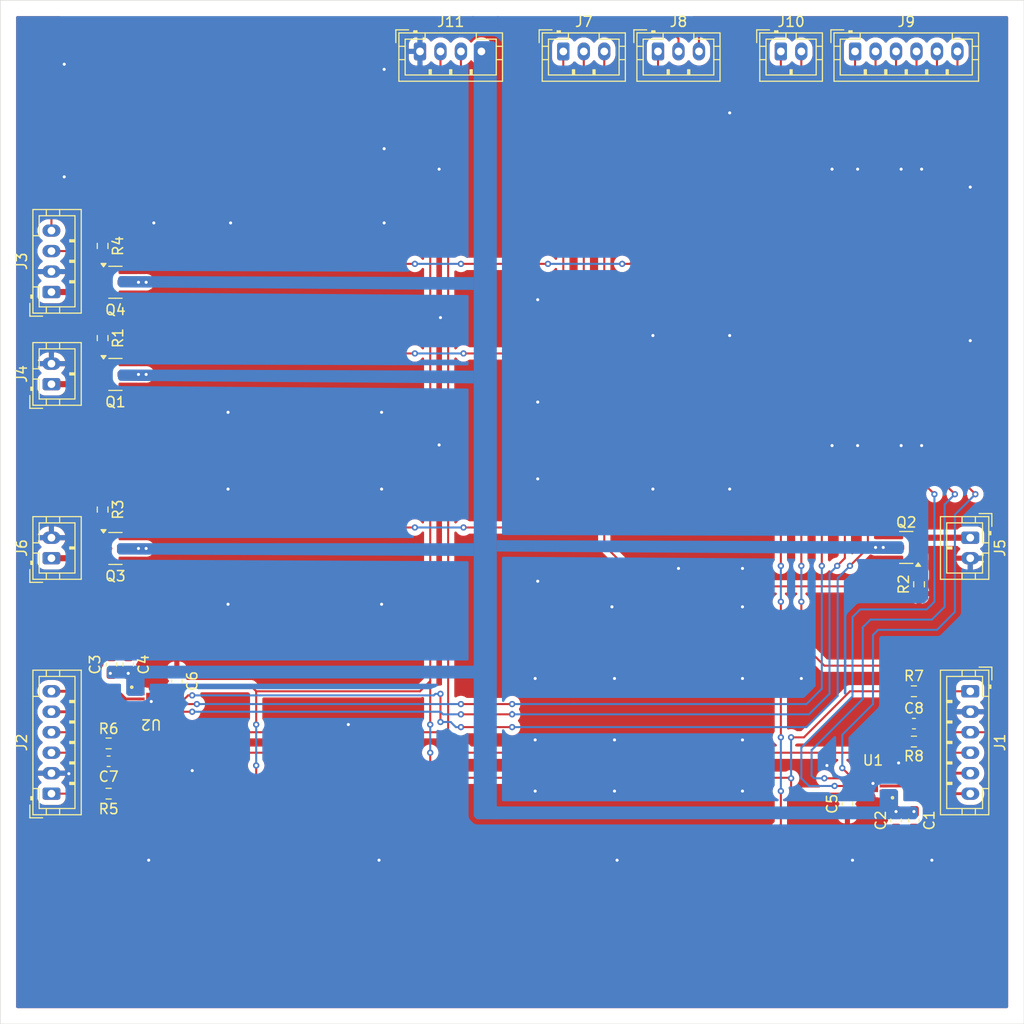
<source format=kicad_pcb>
(kicad_pcb (version 20240108) (generator "pcbnew") (generator_version "8.0")
  (layers (0 "F.Cu" mixed) (31 "B.Cu" mixed) (34 "B.Paste" user) (35 "F.Paste" user) (36 "B.SilkS" user "B.Silkscreen") (37 "F.SilkS" user "F.Silkscreen") (38 "B.Mask" user) (39 "F.Mask" user) (44 "Edge.Cuts" user))
  (net 0 "")
  (net 1 "Net-(J1-Pin_1)")
  (net 2 "Net-(J2-Pin_1)")
  (net 3 "GND")
  (net 4 "/Vacuum/PWM")
  (net 5 "Net-(J3-Pin_1)")
  (net 6 "/Vacuum/TACH")
  (net 7 "Net-(J4-Pin_1)")
  (net 8 "Net-(J5-Pin_1)")
  (net 9 "Net-(J6-Pin_1)")
  (net 10 "/Brushes/left-brush_{en}")
  (net 11 "/Brushes/right-brush_{en}")
  (net 12 "/Brushes/main-brush_{en}")
  (net 13 "/Vacuum/vacuum_{en}")
  (net 14 "/Drive Motors/IN2_{right}")
  (net 15 "/Drive Motors/nSLEEP_{right}")
  (net 16 "/Drive Motors/IN1_{left}")
  (net 17 "/Drive Motors/nSLEEP_{left}")
  (net 18 "/Drive Motors/IN1_{right}")
  (net 19 "/Drive Motors/(right) sense^{analog}")
  (net 20 "/Drive Motors/(left) sense^{analog}")
  (net 21 "/Drive Motors/Motor Drivers/M1OUT1")
  (net 22 "+5V")
  (net 23 "/Drive Motors/Motor Drivers/M1OUT2")
  (net 24 "/Drive Motors/Motor Drivers/M2OUT1")
  (net 25 "/Drive Motors/Motor Drivers/M2OUT2")
  (net 26 "/Drive Motors/IN2_{left}")
  (net 27 "+12V")
  (net 28 "+3.3V")
  (footprint "Resistor_SMD:R_0603_1608Metric_Pad0.98x0.95mm_HandSolder" (layer "F.Cu") (at 179.75 100.3 -90)
    (property "Reference" "R2")
    (property "Value" "1k")
  )
  (footprint "Resistor_SMD:R_0603_1608Metric_Pad0.98x0.95mm_HandSolder" (layer "F.Cu") (at 100 67.25 90)
    (property "Reference" "R4")
    (property "Value" "1k")
  )
  (footprint "Connector_JST:JST_PH_B6B-PH-K_1x06_P2.00mm_Vertical" (layer "F.Cu") (at 173.5 48.25)
    (property "Reference" "J9")
    (property "Value" "Drive Control")
  )
  (footprint "Capacitor_SMD:C_0603_1608Metric_Pad1.08x0.95mm_HandSolder" (layer "F.Cu") (at 100.5875 117.59)
    (property "Reference" "C7")
    (property "Value" "0.1uF")
  )
  (footprint "Package_SON:WSON8_DSG_TEX" (layer "F.Cu") (at 104.75 111.75)
    (property "Reference" "U2")
    (property "Value" "DRV8212PDSGR")
  )
  (footprint "Capacitor_SMD:C_0603_1608Metric_Pad1.08x0.95mm_HandSolder" (layer "F.Cu") (at 107.25 109.75 90)
    (property "Reference" "C6")
    (property "Value" "0.1uF 5V")
  )
  (footprint "Resistor_SMD:R_0603_1608Metric_Pad0.98x0.95mm_HandSolder" (layer "F.Cu") (at 100 93 90)
    (property "Reference" "R3")
    (property "Value" "1k")
  )
  (footprint "Connector_JST:JST_PH_B4B-PH-K_1x04_P2.00mm_Vertical" (layer "F.Cu") (at 131 48.25)
    (property "Reference" "J11")
    (property "Value" "Power")
  )
  (footprint "Resistor_SMD:R_0603_1608Metric_Pad0.98x0.95mm_HandSolder" (layer "F.Cu") (at 179.25 110.75 180)
    (property "Reference" "R7")
    (property "Value" "33")
  )
  (footprint "Connector_JST:JST_PH_B6B-PH-K_1x06_P2.00mm_Vertical" (layer "F.Cu") (at 184.75 110.75 -90)
    (property "Reference" "J1")
    (property "Value" "Left Motor")
  )
  (footprint "Capacitor_SMD:C_0603_1608Metric_Pad1.08x0.95mm_HandSolder" (layer "F.Cu") (at 179.25 123.3625 -90)
    (property "Reference" "C1")
    (property "Value" "1uF 12V")
  )
  (footprint "Capacitor_SMD:C_0603_1608Metric_Pad1.08x0.95mm_HandSolder" (layer "F.Cu") (at 177.5 123.3625 -90)
    (property "Reference" "C2")
    (property "Value" "0.1uF 12V")
  )
  (footprint "Capacitor_SMD:C_0603_1608Metric_Pad1.08x0.95mm_HandSolder" (layer "F.Cu") (at 179.25 113.91 180)
    (property "Reference" "C8")
    (property "Value" "0.1uF")
  )
  (footprint "Connector_JST:JST_PH_B2B-PH-K_1x02_P2.00mm_Vertical" (layer "F.Cu") (at 184.75 95.75 -90)
    (property "Reference" "J5")
    (property "Value" "Left Brush")
  )
  (footprint "Package_TO_SOT_SMD:SOT-23" (layer "F.Cu") (at 178.5 96.7 180)
    (property "Reference" "Q2")
    (property "Value" "DMG3402L")
  )
  (footprint "Package_TO_SOT_SMD:SOT-23" (layer "F.Cu") (at 101.25 79.8)
    (property "Reference" "Q1")
    (property "Value" "DMG3402L")
  )
  (footprint "Package_TO_SOT_SMD:SOT-23" (layer "F.Cu") (at 101.25 96.8)
    (property "Reference" "Q3")
    (property "Value" "DMG3402L")
  )
  (footprint "Resistor_SMD:R_0603_1608Metric_Pad0.98x0.95mm_HandSolder" (layer "F.Cu") (at 100.5875 120.75)
    (property "Reference" "R5")
    (property "Value" "33")
  )
  (footprint "Connector_JST:JST_PH_B2B-PH-K_1x02_P2.00mm_Vertical" (layer "F.Cu") (at 166.25 48.25)
    (property "Reference" "J10")
    (property "Value" "Drive Data")
  )
  (footprint "Capacitor_SMD:C_0603_1608Metric_Pad1.08x0.95mm_HandSolder" (layer "F.Cu") (at 172.7509 121.75 -90)
    (property "Reference" "C5")
    (property "Value" "0.1uF 5V")
  )
  (footprint "Package_SON:WSON8_DSG_TEX" (layer "F.Cu") (at 175.2509 119.75 180)
    (property "Reference" "U1")
    (property "Value" "DRV8212PDSGR")
  )
  (footprint "Connector_JST:JST_PH_B2B-PH-K_1x02_P2.00mm_Vertical" (layer "F.Cu") (at 95 97.75 90)
    (property "Reference" "J6")
    (property "Value" "Right Brush")
  )
  (footprint "Package_TO_SOT_SMD:SOT-23" (layer "F.Cu") (at 101.25 70.8)
    (property "Reference" "Q4")
    (property "Value" "DMG3402L")
  )
  (footprint "Connector_JST:JST_PH_B3B-PH-K_1x03_P2.00mm_Vertical" (layer "F.Cu") (at 145 48.25)
    (property "Reference" "J7")
    (property "Value" "Brushes Control")
  )
  (footprint "Connector_JST:JST_PH_B2B-PH-K_1x02_P2.00mm_Vertical" (layer "F.Cu") (at 95 80.75 90)
    (property "Reference" "J4")
    (property "Value" "Main Brush")
  )
  (footprint "Resistor_SMD:R_0603_1608Metric_Pad0.98x0.95mm_HandSolder" (layer "F.Cu") (at 179.25 115.66 180)
    (property "Reference" "R8")
    (property "Value" "5.1k")
  )
  (footprint "Resistor_SMD:R_0603_1608Metric_Pad0.98x0.95mm_HandSolder" (layer "F.Cu") (at 100 76.25 90)
    (property "Reference" "R1")
    (property "Value" "1k")
  )
  (footprint "Connector_JST:JST_PH_B3B-PH-K_1x03_P2.00mm_Vertical" (layer "F.Cu") (at 154.25 48.25)
    (property "Reference" "J8")
    (property "Value" "Vacuum Control")
  )
  (footprint "Capacitor_SMD:C_0603_1608Metric_Pad1.08x0.95mm_HandSolder" (layer "F.Cu") (at 100.8625 108.1375 90)
    (property "Reference" "C3")
    (property "Value" "1uF 12V")
  )
  (footprint "Connector_JST:JST_PH_B6B-PH-K_1x06_P2.00mm_Vertical" (layer "F.Cu") (at 95 120.75 90)
    (property "Reference" "J2")
    (property "Value" "Right Motor")
  )
  (footprint "Connector_JST:JST_PH_B4B-PH-K_1x04_P2.00mm_Vertical" (layer "F.Cu") (at 95 71.75 90)
    (property "Reference" "J3")
    (property "Value" "Vacuum")
  )
  (footprint "Resistor_SMD:R_0603_1608Metric_Pad0.98x0.95mm_HandSolder" (layer "F.Cu") (at 100.5875 115.84)
    (property "Reference" "R6")
    (property "Value" "5.1k")
  )
  (footprint "Capacitor_SMD:C_0603_1608Metric_Pad1.08x0.95mm_HandSolder" (layer "F.Cu") (at 102.5 108.1375 90)
    (property "Reference" "C4")
    (property "Value" "0.1uF 12V")
  )
  (gr_rect (start 90 43.25) (end 190 143.25) (stroke (width 0.05)) (fill none) (layer "Edge.Cuts"))
  (segment (start 180.1625 110.75) (end 184.75 110.75) (width 0.2) (layer "F.Cu") (net 1))
  (segment (start 99.675 120.75) (end 95 120.75) (width 0.2) (layer "F.Cu") (net 2))
  (segment (start 177.5 119) (end 178.25 118.25) (width 0.2) (layer "F.Cu") (net 3))
  (segment (start 102.999999 112.500001) (end 102.3 113.2) (width 0.2) (layer "F.Cu") (net 3))
  (segment (start 103.7491 112.500001) (end 104.246398 112.500001) (width 0.2) (layer "F.Cu") (net 3))
  (segment (start 104.75 111.996399) (end 104.75 111.75) (width 0.2) (layer "F.Cu") (net 3))
  (segment (start 176.2518 118.999999) (end 176.2518 118.1482) (width 0.2) (layer "F.Cu") (net 3))
  (segment (start 176.2518 118.999999) (end 175.674502 118.999999) (width 0.2) (layer "F.Cu") (net 3))
  (segment (start 103.7491 112.500001) (end 103.7491 113.2491) (width 0.2) (layer "F.Cu") (net 3))
  (segment (start 102.999999 112.500001) (end 103.7491 112.500001) (width 0.2) (layer "F.Cu") (net 3))
  (segment (start 176.2518 118.999999) (end 177.499999 118.999999) (width 0.2) (layer "F.Cu") (net 3))
  (segment (start 177.499999 118.999999) (end 177.5 119) (width 0.2) (layer "F.Cu") (net 3))
  (via (at 156.25 98.75) (size 0.61) (drill 0.3) (layers "F.Cu" "B.Cu") (net 3))
  (via (at 142.5 82.5) (size 0.61) (drill 0.3) (layers "F.Cu" "B.Cu") (net 3))
  (via (at 162.5 102.5) (size 0.61) (drill 0.3) (layers "F.Cu" "B.Cu") (net 3))
  (via (at 133 74.25) (size 0.61) (drill 0.3) (layers "F.Cu" "B.Cu") (net 3))
  (via (at 149.75 102.5) (size 0.61) (drill 0.3) (layers "F.Cu" "B.Cu") (net 3))
  (via (at 112.25 83.5) (size 0.61) (drill 0.3) (layers "F.Cu" "B.Cu") (net 3))
  (via (at 171.25 59.75) (size 0.61) (drill 0.3) (layers "F.Cu" "B.Cu") (net 3))
  (via (at 142.25 120.5) (size 0.61) (drill 0.3) (layers "F.Cu" "B.Cu") (net 3))
  (via (at 127.5 65) (size 0.61) (drill 0.3) (layers "F.Cu" "B.Cu") (net 3))
  (via (at 171.25 86.75) (size 0.61) (drill 0.3) (layers "F.Cu" "B.Cu") (net 3))
  (via (at 162.5 109.5) (size 0.61) (drill 0.3) (layers "F.Cu" "B.Cu") (net 3))
  (via (at 127.5 57.75) (size 0.61) (drill 0.3) (layers "F.Cu" "B.Cu") (net 3))
  (via (at 173.25 127.25) (size 0.61) (drill 0.3) (layers "F.Cu" "B.Cu") (net 3))
  (via (at 180 86.75) (size 0.61) (drill 0.3) (layers "F.Cu" "B.Cu") (net 3))
  (via (at 170.75 118) (size 0.61) (drill 0.3) (layers "F.Cu" "B.Cu") (net 3))
  (via (at 112.5 65) (size 0.61) (drill 0.3) (layers "F.Cu" "B.Cu") (net 3))
  (via (at 127.5 50) (size 0.61) (drill 0.3) (layers "F.Cu" "B.Cu") (net 3))
  (via (at 142.25 109.5) (size 0.61) (drill 0.3) (layers "F.Cu" "B.Cu") (net 3))
  (via (at 105 65) (size 0.61) (drill 0.3) (layers "F.Cu" "B.Cu") (net 3))
  (via (at 178 59.75) (size 0.61) (drill 0.3) (layers "F.Cu" "B.Cu") (net 3))
  (via (at 142.5 90) (size 0.61) (drill 0.3) (layers "F.Cu" "B.Cu") (net 3))
  (via (at 104.5 127.25) (size 0.61) (drill 0.3) (layers "F.Cu" "B.Cu") (net 3))
  (via (at 184.75 76.5) (size 0.61) (drill 0.3) (layers "F.Cu" "B.Cu") (net 3))
  (via (at 162.5 98.75) (size 0.61) (drill 0.3) (layers "F.Cu" "B.Cu") (net 3))
  (via (at 173.75 86.75) (size 0.61) (drill 0.3) (layers "F.Cu" "B.Cu") (net 3))
  (via (at 108.75 118.5) (size 0.61) (drill 0.3) (layers "F.Cu" "B.Cu") (net 3))
  (via (at 150 120.5) (size 0.61) (drill 0.3) (layers "F.Cu" "B.Cu") (net 3))
  (via (at 142.5 100) (size 0.61) (drill 0.3) (layers "F.Cu" "B.Cu") (net 3))
  (via (at 153.75 76) (size 0.61) (drill 0.3) (layers "F.Cu" "B.Cu") (net 3))
  (via (at 161.25 76) (size 0.61) (drill 0.3) (layers "F.Cu" "B.Cu") (net 3))
  (via (at 161.25 91) (size 0.61) (drill 0.3) (layers "F.Cu" "B.Cu") (net 3))
  (via (at 112.25 91) (size 0.61) (drill 0.3) (layers "F.Cu" "B.Cu") (net 3))
  (via (at 161.25 54.25) (size 0.61) (drill 0.3) (layers "F.Cu" "B.Cu") (net 3))
  (via (at 181 127.25) (size 0.61) (drill 0.3) (layers "F.Cu" "B.Cu") (net 3))
  (via (at 142.25 115.5) (size 0.61) (drill 0.3) (layers "F.Cu" "B.Cu") (net 3))
  (via (at 162.5 115.5) (size 0.61) (drill 0.3) (layers "F.Cu" "B.Cu") (net 3))
  (via (at 153.75 91) (size 0.61) (drill 0.3) (layers "F.Cu" "B.Cu") (net 3))
  (via (at 150.25 127.25) (size 0.61) (drill 0.3) (layers "F.Cu" "B.Cu") (net 3))
  (via (at 96.25 49.5) (size 0.61) (drill 0.3) (layers "F.Cu" "B.Cu") (net 3))
  (via (at 150 109.5) (size 0.61) (drill 0.3) (layers "F.Cu" "B.Cu") (net 3))
  (via (at 150 115.5) (size 0.61) (drill 0.3) (layers "F.Cu" "B.Cu") (net 3))
  (via (at 132.87 86.69) (size 0.61) (drill 0.3) (layers "F.Cu" "B.Cu") (net 3))
  (via (at 104.75 111.75) (size 0.61) (drill 0.3) (layers "F.Cu" "B.Cu") (net 3))
  (via (at 142.5 72.5) (size 0.61) (drill 0.3) (layers "F.Cu" "B.Cu") (net 3))
  (via (at 177.75 117.75) (size 0.61) (drill 0.3) (layers "F.Cu" "B.Cu") (net 3))
  (via (at 124 114) (size 0.61) (drill 0.3) (layers "F.Cu" "B.Cu") (net 3))
  (via (at 127.25 91) (size 0.61) (drill 0.3) (layers "F.Cu" "B.Cu") (net 3))
  (via (at 127.25 83.5) (size 0.61) (drill 0.3) (layers "F.Cu" "B.Cu") (net 3))
  (via (at 96.25 60.5) (size 0.61) (drill 0.3) (layers "F.Cu" "B.Cu") (net 3))
  (via (at 184.75 61.5) (size 0.61) (drill 0.3) (layers "F.Cu" "B.Cu") (net 3))
  (via (at 178 86.75) (size 0.61) (drill 0.3) (layers "F.Cu" "B.Cu") (net 3))
  (via (at 96.7 118.8) (size 0.61) (drill 0.3) (layers "F.Cu" "B.Cu") (net 3))
  (via (at 168.25 109.5) (size 0.61) (drill 0.3) (layers "F.Cu" "B.Cu") (net 3))
  (via (at 180 59.75) (size 0.61) (drill 0.3) (layers "F.Cu" "B.Cu") (net 3))
  (via (at 175.25 119.75) (size 0.61) (drill 0.3) (layers "F.Cu" "B.Cu") (net 3))
  (via (at 127 127.25) (size 0.61) (drill 0.3) (layers "F.Cu" "B.Cu") (net 3))
  (via (at 173.75 59.75) (size 0.61) (drill 0.3) (layers "F.Cu" "B.Cu") (net 3))
  (via (at 127.25 102.25) (size 0.61) (drill 0.3) (layers "F.Cu" "B.Cu") (net 3))
  (via (at 132.87 59.75) (size 0.61) (drill 0.3) (layers "F.Cu" "B.Cu") (net 3))
  (via (at 112.25 102.25) (size 0.61) (drill 0.3) (layers "F.Cu" "B.Cu") (net 3))
  (via (at 162.5 120.5) (size 0.61) (drill 0.3) (layers "F.Cu" "B.Cu") (net 3))
  (segment (start 156.25 47) (end 155 45.75) (width 0.2) (layer "F.Cu") (net 4))
  (segment (start 99.25 45.75) (end 97.25 47.75) (width 0.2) (layer "F.Cu") (net 4))
  (segment (start 97.25 47.75) (end 97.25 67.25) (width 0.2) (layer "F.Cu") (net 4))
  (segment (start 97.25 67.25) (end 96.75 67.75) (width 0.2) (layer "F.Cu") (net 4))
  (segment (start 96.75 67.75) (end 95 67.75) (width 0.2) (layer "F.Cu") (net 4))
  (segment (start 155 45.75) (end 99.25 45.75) (width 0.2) (layer "F.Cu") (net 4))
  (segment (start 156.25 48.25) (end 156.25 47) (width 0.2) (layer "F.Cu") (net 4))
  (segment (start 100.3125 71.75) (end 95 71.75) (width 0.6) (layer "F.Cu") (net 5))
  (segment (start 96.75 45) (end 95 46.75) (width 0.2) (layer "F.Cu") (net 6))
  (segment (start 158.25 46.5) (end 156.75 45) (width 0.2) (layer "F.Cu") (net 6))
  (segment (start 158.25 48.25) (end 158.25 46.5) (width 0.2) (layer "F.Cu") (net 6))
  (segment (start 95 46.75) (end 95 65.75) (width 0.2) (layer "F.Cu") (net 6))
  (segment (start 156.75 45) (end 96.75 45) (width 0.2) (layer "F.Cu") (net 6))
  (segment (start 95 80.75) (end 100.3125 80.75) (width 0.6) (layer "F.Cu") (net 7))
  (segment (start 179.4375 95.75) (end 184.75 95.75) (width 0.6) (layer "F.Cu") (net 8))
  (segment (start 95 97.75) (end 100.3125 97.75) (width 0.6) (layer "F.Cu") (net 9))
  (segment (start 179.75 97.9625) (end 179.4375 97.65) (width 0.2) (layer "F.Cu") (net 10))
  (segment (start 153 100.5) (end 176.5 100.5) (width 0.2) (layer "F.Cu") (net 10))
  (segment (start 178.5 98.5) (end 179.5 98.5) (width 0.2) (layer "F.Cu") (net 10))
  (segment (start 149 96.5) (end 153 100.5) (width 0.2) (layer "F.Cu") (net 10))
  (segment (start 176.5 100.5) (end 178.5 98.5) (width 0.2) (layer "F.Cu") (net 10))
  (segment (start 179.75 99.3875) (end 179.75 97.9625) (width 0.8) (layer "F.Cu") (net 10))
  (segment (start 149 48.25) (end 149 96.5) (width 0.2) (layer "F.Cu") (net 10))
  (segment (start 144.25 94.75) (end 135.25 94.75) (width 0.2) (layer "F.Cu") (net 11))
  (segment (start 147 92) (end 144.25 94.75) (width 0.2) (layer "F.Cu") (net 11))
  (segment (start 130.5 94.75) (end 100.25 94.75) (width 0.2) (layer "F.Cu") (net 11))
  (segment (start 147 48.25) (end 147 92) (width 0.2) (layer "F.Cu") (net 11))
  (segment (start 100 94.5) (end 100 93.9125) (width 0.2) (layer "F.Cu") (net 11))
  (segment (start 100 93.9125) (end 100 95.5375) (width 0.8) (layer "F.Cu") (net 11))
  (segment (start 100.25 94.75) (end 100 94.5) (width 0.2) (layer "F.Cu") (net 11))
  (via (at 135.25 94.75) (size 0.61) (drill 0.3) (layers "F.Cu" "B.Cu") (net 11))
  (via (at 130.5 94.75) (size 0.61) (drill 0.3) (layers "F.Cu" "B.Cu") (net 11))
  (segment (start 130.5 94.75) (end 135.25 94.75) (width 0.2) (layer "B.Cu") (net 11))
  (segment (start 100 77.1625) (end 100 77.75) (width 0.8) (layer "F.Cu") (net 12))
  (segment (start 100 78.5375) (end 100.3125 78.85) (width 0.2) (layer "F.Cu") (net 12))
  (segment (start 143.75 77.75) (end 135.25 77.75) (width 0.2) (layer "F.Cu") (net 12))
  (segment (start 100 77.75) (end 100 78.5375) (width 0.8) (layer "F.Cu") (net 12))
  (segment (start 130.5 77.75) (end 100 77.75) (width 0.2) (layer "F.Cu") (net 12))
  (segment (start 145 48.25) (end 145 76.5) (width 0.2) (layer "F.Cu") (net 12))
  (segment (start 145 76.5) (end 143.75 77.75) (width 0.2) (layer "F.Cu") (net 12))
  (via (at 130.5 77.75) (size 0.61) (drill 0.3) (layers "F.Cu" "B.Cu") (net 12))
  (via (at 135.25 77.75) (size 0.61) (drill 0.3) (layers "F.Cu" "B.Cu") (net 12))
  (segment (start 135.25 77.75) (end 130.5 77.75) (width 0.2) (layer "B.Cu") (net 12))
  (segment (start 100.25 69) (end 100 68.75) (width 0.2) (layer "F.Cu") (net 13))
  (segment (start 151.5 69) (end 150.75 69) (width 0.2) (layer "F.Cu") (net 13))
  (segment (start 100 69.5375) (end 100.3125 69.85) (width 0.2) (layer "F.Cu") (net 13))
  (segment (start 154.25 48.25) (end 154.25 66.25) (width 0.2) (layer "F.Cu") (net 13))
  (segment (start 130.5 69) (end 100.25 69) (width 0.2) (layer "F.Cu") (net 13))
  (segment (start 100 68.1625) (end 100 69.5375) (width 0.8) (layer "F.Cu") (net 13))
  (segment (start 135 69) (end 143.5 69) (width 0.2) (layer "F.Cu") (net 13))
  (segment (start 100 68.75) (end 100 68.1625) (width 0.2) (layer "F.Cu") (net 13))
  (segment (start 154.25 66.25) (end 151.5 69) (width 0.2) (layer "F.Cu") (net 13))
  (via (at 130.5 69) (size 0.61) (drill 0.3) (layers "F.Cu" "B.Cu") (net 13))
  (via (at 143.5 69) (size 0.61) (drill 0.3) (layers "F.Cu" "B.Cu") (net 13))
  (via (at 135 69) (size 0.61) (drill 0.3) (layers "F.Cu" "B.Cu") (net 13))
  (via (at 150.75 69) (size 0.61) (drill 0.3) (layers "F.Cu" "B.Cu") (net 13))
  (segment (start 150.75 69) (end 143.5 69) (width 0.2) (layer "B.Cu") (net 13))
  (segment (start 135 69) (end 130.5 69) (width 0.2) (layer "B.Cu") (net 13))
  (segment (start 171.75 98.5) (end 172.5 97.75) (width 0.2) (layer "F.Cu") (net 14))
  (segment (start 107 112.75) (end 108.75 112.75) (width 0.2) (layer "F.Cu") (net 14))
  (segment (start 172.5 53.5) (end 175.5 50.5) (width 0.2) (layer "F.Cu") (net 14))
  (segment (start 107 112.75) (end 106.750001 112.500001) (width 0.2) (layer "F.Cu") (net 14))
  (segment (start 140 113) (end 135 113) (width 0.2) (layer "F.Cu") (net 14))
  (segment (start 106.750001 112.500001) (end 105.7509 112.500001) (width 0.2) (layer "F.Cu") (net 14))
  (segment (start 172.5 97.75) (end 172.5 53.5) (width 0.2) (layer "F.Cu") (net 14))
  (segment (start 175.5 50.5) (end 175.5 48.25) (width 0.2) (layer "F.Cu") (net 14))
  (via (at 171.75 98.5) (size 0.61) (drill 0.3) (layers "F.Cu" "B.Cu") (net 14))
  (via (at 108.75 112.75) (size 0.61) (drill 0.3) (layers "F.Cu" "B.Cu") (net 14))
  (via (at 135 113) (size 0.61) (drill 0.3) (layers "F.Cu" "B.Cu") (net 14))
  (via (at 140 113) (size 0.61) (drill 0.3) (layers "F.Cu" "B.Cu") (net 14))
  (segment (start 133.25 113) (end 135 113) (width 0.2) (layer "B.Cu") (net 14))
  (segment (start 108.75 112.75) (end 133 112.75) (width 0.2) (layer "B.Cu") (net 14))
  (segment (start 140 113) (end 140 112.75) (width 0.2) (layer "B.Cu") (net 14))
  (segment (start 133 112.75) (end 133.25 113) (width 0.2) (layer "B.Cu") (net 14))
  (segment (start 171.75 98.5) (end 171 99.25) (width 0.2) (layer "B.Cu") (net 14))
  (segment (start 171 111) (end 169 113) (width 0.2) (layer "B.Cu") (net 14))
  (segment (start 171 99.25) (end 171 111) (width 0.2) (layer "B.Cu") (net 14))
  (segment (start 169 113) (end 140 113) (width 0.2) (layer "B.Cu") (net 14))
  (segment (start 108.350006 111.149994) (end 108 111.5) (width 0.2) (layer "F.Cu") (net 15))
  (segment (start 108.75 111.149994) (end 108.350006 111.149994) (width 0.2) (layer "F.Cu") (net 15))
  (segment (start 173 98.5) (end 174.75 96.75) (width 0.2) (layer "F.Cu") (net 15))
  (segment (start 133 111) (end 133 113.75) (width 0.2) (layer "F.Cu") (net 15))
  (segment (start 174.75 53.5) (end 177.5 50.75) (width 0.2) (layer "F.Cu") (net 15))
  (segment (start 174.75 96.75) (end 174.75 53.5) (width 0.2) (layer "F.Cu") (net 15))
  (segment (start 177.5 50.75) (end 177.5 48.25) (width 0.2) (layer "F.Cu") (net 15))
  (segment (start 108.75 111.149994) (end 108.75 111.25) (width 0.2) (layer "F.Cu") (net 15))
  (segment (start 140 114.25) (end 135 114.25) (width 0.2) (layer "F.Cu") (net 15))
  (segment (start 108 111.5) (end 105.7509 111.5) (width 0.2) (layer "F.Cu") (net 15))
  (via (at 140 114.25) (size 0.61) (drill 0.3) (layers "F.Cu" "B.Cu") (net 15))
  (via (at 133 111) (size 0.61) (drill 0.3) (layers "F.Cu" "B.Cu") (net 15))
  (via (at 135 114.25) (size 0.61) (drill 0.3) (layers "F.Cu" "B.Cu") (net 15))
  (via (at 133 113.75) (size 0.61) (drill 0.3) (layers "F.Cu" "B.Cu") (net 15))
  (via (at 108.75 111.149994) (size 0.61) (drill 0.3) (layers "F.Cu" "B.Cu") (net 15))
  (via (at 173 98.5) (size 0.61) (drill 0.3) (layers "F.Cu" "B.Cu") (net 15))
  (segment (start 134 113.75) (end 133 113.75) (width 0.2) (layer "B.Cu") (net 15))
  (segment (start 171.8 111.2) (end 168.75 114.25) (width 0.2) (layer "B.Cu") (net 15))
  (segment (start 108.75 111.149994) (end 132.350006 111.149994) (width 0.2) (layer "B.Cu") (net 15))
  (segment (start 171.8 99.7) (end 171.8 111.2) (width 0.2) (layer "B.Cu") (net 15))
  (segment (start 134.5 114.25) (end 134 113.75) (width 0.2) (layer "B.Cu") (net 15))
  (segment (start 168.75 114.25) (end 140 114.25) (width 0.2) (layer "B.Cu") (net 15))
  (segment (start 132.350006 111.149994) (end 132.5 111) (width 0.2) (layer "B.Cu") (net 15))
  (segment (start 173 98.5) (end 171.8 99.7) (width 0.2) (layer "B.Cu") (net 15))
  (segment (start 135 114.25) (end 134.5 114.25) (width 0.2) (layer "B.Cu") (net 15))
  (segment (start 132.5 111) (end 133 111) (width 0.2) (layer "B.Cu") (net 15))
  (segment (start 133 113.75) (end 133.25 113.75) (width 0.2) (layer "B.Cu") (net 15))
  (segment (start 179 53.5) (end 179 87.25) (width 0.2) (layer "F.Cu") (net 16))
  (segment (start 172.25 119.5) (end 172 119.25) (width 0.2) (layer "F.Cu") (net 16))
  (segment (start 174.25 119.5) (end 172.25 119.5) (width 0.2) (layer "F.Cu") (net 16))
  (segment (start 181.5 48.25) (end 181.5 51) (width 0.2) (layer "F.Cu") (net 16))
  (segment (start 172 119.25) (end 170.5 119.25) (width 0.2) (layer "F.Cu") (net 16))
  (segment (start 181.5 51) (end 179 53.5) (width 0.2) (layer "F.Cu") (net 16))
  (segment (start 179 87.25) (end 183.25 91.5) (width 0.2) (layer "F.Cu") (net 16))
  (via (at 183.25 91.5) (size 0.61) (drill 0.3) (layers "F.Cu" "B.Cu") (net 16))
  (via (at 170.5 119.25) (size 0.61) (drill 0.3) (layers "F.Cu" "B.Cu") (net 16))
  (segment (start 169.25 116.5) (end 169.25 119) (width 0.2) (layer "B.Cu") (net 16))
  (segment (start 174.25 104.5) (end 174.25 111.5) (width 0.2) (layer "B.Cu") (net 16))
  (segment (start 169.5 119.25) (end 170.5 119.25) (width 0.2) (layer "B.Cu") (net 16))
  (segment (start 183.25 91.5) (end 182.25 92.5) (width 0.2) (layer "B.Cu") (net 16))
  (segment (start 174.25 111.5) (end 169.25 116.5) (width 0.2) (layer "B.Cu") (net 16))
  (segment (start 175 103.75) (end 174.25 104.5) (width 0.2) (layer "B.Cu") (net 16))
  (segment (start 182.25 92.5) (end 182.25 102.5) (width 0.2) (layer "B.Cu") (net 16))
  (segment (start 182.25 102.5) (end 181 103.75) (width 0.2) (layer "B.Cu") (net 16))
  (segment (start 181 103.75) (end 175 103.75) (width 0.2) (layer "B.Cu") (net 16))
  (segment (start 169.25 119) (end 169.5 119.25) (width 0.2) (layer "B.Cu") (net 16))
  (segment (start 179.5 48.25) (end 179.5 51) (width 0.2) (layer "F.Cu") (net 17))
  (segment (start 177 53.5) (end 177 87.25) (width 0.2) (layer "F.Cu") (net 17))
  (segment (start 179.5 51) (end 177 53.5) (width 0.2) (layer "F.Cu") (net 17))
  (segment (start 174.25 120) (end 171.5 120) (width 0.2) (layer "F.Cu") (net 17))
  (segment (start 177 87.25) (end 181.25 91.5) (width 0.2) (layer "F.Cu") (net 17))
  (via (at 171.5 120) (size 0.61) (drill 0.3) (layers "F.Cu" "B.Cu") (net 17))
  (via (at 181.25 91.5) (size 0.61) (drill 0.3) (layers "F.Cu" "B.Cu") (net 17))
  (segment (start 174 102.75) (end 180.5 102.75) (width 0.2) (layer "B.Cu") (net 17))
  (segment (start 181.25 102) (end 181.25 91.5) (width 0.2) (layer "B.Cu") (net 17))
  (segment (start 180.5 102.75) (end 181.25 102) (width 0.2) (layer "B.Cu") (net 17))
  (segment (start 169 120) (end 168.25 119.25) (width 0.2) (layer "B.Cu") (net 17))
  (segment (start 168.25 116.25) (end 173.25 111.25) (width 0.2) (layer "B.Cu") (net 17))
  (segment (start 168.25 119.25) (end 168.25 116.25) (width 0.2) (layer "B.Cu") (net 17))
  (segment (start 173.25 111.25) (end 173.25 103.5) (width 0.2) (layer "B.Cu") (net 17))
  (segment (start 173.25 103.5) (end 174 102.75) (width 0.2) (layer "B.Cu") (net 17))
  (segment (start 171.5 120) (end 169 120) (width 0.2) (layer "B.Cu") (net 17))
  (segment (start 109.2 112) (end 105.7509 112) (width 0.2) (layer "F.Cu") (net 18))
  (segment (start 170.25 53.5) (end 170.25 98.5) (width 0.2) (layer "F.Cu") (net 18))
  (segment (start 173.5 50.25) (end 170.25 53.5) (width 0.2) (layer "F.Cu") (net 18))
  (segment (start 173.5 48.25) (end 173.5 50.25) (width 0.2) (layer "F.Cu") (net 18))
  (segment (start 135 112) (end 140 112) (width 0.2) (layer "F.Cu") (net 18))
  (via (at 170.25 98.5) (size 0.61) (drill 0.3) (layers "F.Cu" "B.Cu") (net 18))
  (via (at 109.2 112) (size 0.61) (drill 0.3) (layers "F.Cu" "B.Cu") (net 18))
  (via (at 135 112) (size 0.61) (drill 0.3) (layers "F.Cu" "B.Cu") (net 18))
  (via (at 140 112) (size 0.61) (drill 0.3) (layers "F.Cu" "B.Cu") (net 18))
  (segment (start 170.25 102) (end 170.25 110.5) (width 0.2) (layer "B.Cu") (net 18))
  (segment (start 170.25 110.5) (end 168.75 112) (width 0.2) (layer "B.Cu") (net 18))
  (segment (start 168.75 112) (end 163 112) (width 0.2) (layer "B.Cu") (net 18))
  (segment (start 163 112) (end 146 112) (width 0.2) (layer "B.Cu") (net 18))
  (segment (start 109.2 112) (end 135 112) (width 0.2) (layer "B.Cu") (net 18))
  (segment (start 170.25 98.5) (end 170.25 102) (width 0.2) (layer "B.Cu") (net 18))
  (segment (start 146 112) (end 140 112) (width 0.2) (layer "B.Cu") (net 18))
  (segment (start 135.5 125.25) (end 127 116.75) (width 0.2) (layer "F.Cu") (net 19))
  (segment (start 99.725 118.475) (end 99.725 117.59) (width 0.2) (layer "F.Cu") (net 19))
  (segment (start 95 116.75) (end 99.625 116.75) (width 0.2) (layer "F.Cu") (net 19))
  (segment (start 100.25 119) (end 99.725 118.475) (width 0.2) (layer "F.Cu") (net 19))
  (segment (start 164.75 125.25) (end 135.5 125.25) (width 0.2) (layer "F.Cu") (net 19))
  (segment (start 166.25 102) (end 166.25 115.25) (width 0.2) (layer "F.Cu") (net 19))
  (segment (start 104.25 119) (end 100.25 119) (width 0.2) (layer "F.Cu") (net 19))
  (segment (start 99.625 116.75) (end 99.675 116.7) (width 0.2) (layer "F.Cu") (net 19))
  (segment (start 99.675 115.84) (end 99.675 116.7) (width 0.2) (layer "F.Cu") (net 19))
  (segment (start 99.675 116.7) (end 99.675 117.54) (width 0.2) (layer "F.Cu") (net 19))
  (segment (start 106.5 116.75) (end 104.25 119) (width 0.2) (layer "F.Cu") (net 19))
  (segment (start 99.675 117.54) (end 99.725 117.59) (width 0.2) (layer "F.Cu") (net 19))
  (segment (start 166.25 123.75) (end 164.75 125.25) (width 0.2) (layer "F.Cu") (net 19))
  (segment (start 166.25 120.5) (end 166.25 123.75) (width 0.2) (layer "F.Cu") (net 19))
  (segment (start 166.25 48.25) (end 166.25 98.5) (width 0.2) (layer "F.Cu") (net 19))
  (segment (start 127 116.75) (end 106.5 116.75) (width 0.2) (layer "F.Cu") (net 19))
  (via (at 166.25 102) (size 0.61) (drill 0.3) (layers "F.Cu" "B.Cu") (net 19))
  (via (at 166.25 115.25) (size 0.61) (drill 0.3) (layers "F.Cu" "B.Cu") (net 19))
  (via (at 166.25 120.5) (size 0.61) (drill 0.3) (layers "F.Cu" "B.Cu") (net 19))
  (via (at 166.25 98.5) (size 0.61) (drill 0.3) (layers "F.Cu" "B.Cu") (net 19))
  (segment (start 166.25 115.25) (end 166.25 120.5) (width 0.2) (layer "B.Cu") (net 19))
  (segment (start 166.25 102) (end 166.25 98.5) (width 0.2) (layer "B.Cu") (net 19))
  (segment (start 180.1625 114.8) (end 180.1625 113.96) (width 0.2) (layer "F.Cu") (net 20))
  (segment (start 180.1625 115.66) (end 180.1625 114.8) (width 0.2) (layer "F.Cu") (net 20))
  (segment (start 187.5 108.75) (end 187.5 114) (width 0.2) (layer "F.Cu") (net 20))
  (segment (start 180.1625 113.96) (end 180.1125 113.91) (width 0.2) (layer "F.Cu") (net 20))
  (segment (start 168.25 48.75) (end 168.25 98.5) (width 0.2) (layer "F.Cu") (net 20))
  (segment (start 168.25 106) (end 170.5 108.25) (width 0.2) (layer "F.Cu") (net 20))
  (segment (start 187 108.25) (end 187.5 108.75) (width 0.2) (layer "F.Cu") (net 20))
  (segment (start 187.5 114) (end 186.75 114.75) (width 0.2) (layer "F.Cu") (net 20))
  (segment (start 170.5 108.25) (end 187 108.25) (width 0.2) (layer "F.Cu") (net 20))
  (segment (start 186.75 114.75) (end 184.75 114.75) (width 0.2) (layer "F.Cu") (net 20))
  (segment (start 168.25 102) (end 168.25 106) (width 0.2) (layer "F.Cu") (net 20))
  (segment (start 180.2125 114.75) (end 184.75 114.75) (width 0.2) (layer "F.Cu") (net 20))
  (segment (start 180.1625 114.8) (end 180.2125 114.75) (width 0.2) (layer "F.Cu") (net 20))
  (via (at 168.25 102) (size 0.61) (drill 0.3) (layers "F.Cu" "B.Cu") (net 20))
  (via (at 168.25 98.5) (size 0.61) (drill 0.3) (layers "F.Cu" "B.Cu") (net 20))
  (segment (start 168.25 98.5) (end 168.25 102) (width 0.2) (layer "B.Cu") (net 20))
  (segment (start 176.2518 120) (end 178.172549 120) (width 0.28) (layer "F.Cu") (net 21))
  (segment (start 178.922549 120.75) (end 184.75 120.75) (width 0.28) (layer "F.Cu") (net 21))
  (segment (start 178.172549 120) (end 178.922549 120.75) (width 0.28) (layer "F.Cu") (net 21))
  (segment (start 135.75 116.75) (end 184.75 116.75) (width 0.2) (layer "F.Cu") (net 22))
  (segment (start 133.75 114.75) (end 135.75 116.75) (width 0.2) (layer "F.Cu") (net 22))
  (segment (start 135 50.75) (end 135 48.25) (width 0.2) (layer "F.Cu") (net 22))
  (segment (start 133.75 52) (end 135 50.75) (width 0.2) (layer "F.Cu") (net 22))
  (segment (start 95 114.75) (end 133.75 114.75) (width 0.2) (layer "F.Cu") (net 22))
  (segment (start 133.75 114.75) (end 133.75 52) (width 0.2) (layer "F.Cu") (net 22))
  (segment (start 176.2518 119.5) (end 178.25 119.5) (width 0.28) (layer "F.Cu") (net 23))
  (segment (start 179 118.75) (end 184.75 118.75) (width 0.28) (layer "F.Cu") (net 23))
  (segment (start 178.25 119.5) (end 179 118.75) (width 0.28) (layer "F.Cu") (net 23))
  (segment (start 102.25 111.5) (end 101.5 110.75) (width 0.28) (layer "F.Cu") (net 24))
  (segment (start 103.7491 111.5) (end 102.25 111.5) (width 0.28) (layer "F.Cu") (net 24))
  (segment (start 101.5 110.75) (end 95 110.75) (width 0.28) (layer "F.Cu") (net 24))
  (segment (start 103.7491 112) (end 102.25 112) (width 0.28) (layer "F.Cu") (net 25))
  (segment (start 102.25 112) (end 101.5 112.75) (width 0.28) (layer "F.Cu") (net 25))
  (segment (start 101.5 112.75) (end 95 112.75) (width 0.28) (layer "F.Cu") (net 25))
  (segment (start 183.5 51) (end 181 53.5) (width 0.2) (layer "F.Cu") (net 26))
  (segment (start 183.5 48.25) (end 183.5 51) (width 0.2) (layer "F.Cu") (net 26))
  (segment (start 174.249999 119) (end 174.25 118.999999) (width 0.2) (layer "F.Cu") (net 26))
  (segment (start 181 53.5) (end 181 87.25) (width 0.2) (layer "F.Cu") (net 26))
  (segment (start 173 119) (end 174.249999 119) (width 0.2) (layer "F.Cu") (net 26))
  (segment (start 181 87.25) (end 185.25 91.5) (width 0.2) (layer "F.Cu") (net 26))
  (segment (start 172.25 118.25) (end 173 119) (width 0.2) (layer "F.Cu") (net 26))
  (via (at 185.25 91.5) (size 0.61) (drill 0.3) (layers "F.Cu" "B.Cu") (net 26))
  (via (at 172.25 118.25) (size 0.61) (drill 0.3) (layers "F.Cu" "B.Cu") (net 26))
  (segment (start 181.5 104.75) (end 183.25 103) (width 0.2) (layer "B.Cu") (net 26))
  (segment (start 175.25 105.25) (end 175.75 104.75) (width 0.2) (layer "B.Cu") (net 26))
  (segment (start 175.75 104.75) (end 181.5 104.75) (width 0.2) (layer "B.Cu") (net 26))
  (segment (start 175.25 112) (end 175.25 105.25) (width 0.2) (layer "B.Cu") (net 26))
  (segment (start 172.25 118.25) (end 172.25 115) (width 0.2) (layer "B.Cu") (net 26))
  (segment (start 183.25 103) (end 183.25 93.5) (width 0.2) (layer "B.Cu") (net 26))
  (segment (start 183.25 93.5) (end 185.25 91.5) (width 0.2) (layer "B.Cu") (net 26))
  (segment (start 172.25 115) (end 175.25 112) (width 0.2) (layer "B.Cu") (net 26))
  (segment (start 104.25 79.8) (end 103.5 79.8) (width 0.6) (layer "F.Cu") (net 27))
  (segment (start 104.25 96.8) (end 103.5 96.8) (width 0.6) (layer "F.Cu") (net 27))
  (segment (start 104.25 70.8) (end 103.5 70.8) (width 0.6) (layer "F.Cu") (net 27))
  (segment (start 177.000001 120.500001) (end 177.5 121) (width 0.2) (layer "F.Cu") (net 27))
  (segment (start 177.5125 96.75) (end 177.5625 96.7) (width 0.2) (layer "F.Cu") (net 27))
  (segment (start 103.5 79.8) (end 102.1875 79.8) (width 0.6) (layer "F.Cu") (net 27))
  (segment (start 102.5 110.625) (end 102.874999 110.999999) (width 0.2) (layer "F.Cu") (net 27))
  (segment (start 103.5 70.8) (end 102.1875 70.8) (width 0.6) (layer "F.Cu") (net 27))
  (segment (start 176.2518 120.500001) (end 177.000001 120.500001) (width 0.2) (layer "F.Cu") (net 27))
  (segment (start 102.874999 110.999999) (end 103.7491 110.999999) (width 0.2) (layer "F.Cu") (net 27))
  (segment (start 175.5 96.7) (end 176.25 96.7) (width 0.6) (layer "F.Cu") (net 27))
  (segment (start 102.5 109) (end 102.5 110.625) (width 0.2) (layer "F.Cu") (net 27))
  (segment (start 176.25 96.7) (end 177.5625 96.7) (width 0.6) (layer "F.Cu") (net 27))
  (segment (start 103.5 96.8) (end 102.1875 96.8) (width 0.6) (layer "F.Cu") (net 27))
  (segment (start 177.5 121) (end 177.5 122.5) (width 0.2) (layer "F.Cu") (net 27))
  (via (at 177.5 122.5) (size 0.61) (drill 0.3) (layers "F.Cu" "B.Cu") (net 27))
  (via (at 104.25 70.8) (size 0.61) (drill 0.3) (layers "F.Cu" "B.Cu") (net 27))
  (via (at 176.25 96.7) (size 0.61) (drill 0.3) (layers "F.Cu" "B.Cu") (net 27))
  (via (at 175.5 96.7) (size 0.61) (drill 0.3) (layers "F.Cu" "B.Cu") (net 27))
  (via (at 103.5 70.8) (size 0.61) (drill 0.3) (layers "F.Cu" "B.Cu") (net 27))
  (via (at 179.25 122.5) (size 0.61) (drill 0.3) (layers "F.Cu" "B.Cu") (net 27))
  (via (at 104.25 79.8) (size 0.61) (drill 0.3) (layers "F.Cu" "B.Cu") (net 27))
  (via (at 102.5 109) (size 0.61) (drill 0.3) (layers "F.Cu" "B.Cu") (net 27))
  (via (at 104.25 96.8) (size 0.61) (drill 0.3) (layers "F.Cu" "B.Cu") (net 27))
  (via (at 103.5 79.8) (size 0.61) (drill 0.3) (layers "F.Cu" "B.Cu") (net 27))
  (via (at 103.5 96.8) (size 0.61) (drill 0.3) (layers "F.Cu" "B.Cu") (net 27))
  (via (at 100.75 109) (size 0.61) (drill 0.3) (layers "F.Cu" "B.Cu") (net 27))
  (segment (start 131 110.75) (end 115 110.75) (width 0.2) (layer "F.Cu") (net 28))
  (segment (start 115 110.75) (end 115 114) (width 0.2) (layer "F.Cu") (net 28))
  (segment (start 167.25 120.25) (end 167.75 120.75) (width 0.2) (layer "F.Cu") (net 28))
  (segment (start 132 51.5) (end 132 108.75) (width 0.2) (layer "F.Cu") (net 28))
  (segment (start 105.7509 110.999999) (end 106.862501 110.999999) (width 0.2) (layer "F.Cu") (net 28))
  (segment (start 115 119.5) (end 113.75 120.75) (width 0.2) (layer "F.Cu") (net 28))
  (segment (start 133 50.5) (end 132 51.5) (width 0.2) (layer "F.Cu") (net 28))
  (segment (start 167.25 119.25) (end 167.25 120.25) (width 0.2) (layer "F.Cu") (net 28))
  (segment (start 115 118) (end 115 119.5) (width 0.2) (layer "F.Cu") (net 28))
  (segment (start 174.25 120.500001) (end 172.999999 120.500001) (width 0.2) (layer "F.Cu") (net 28))
  (segment (start 167.2 119.2) (end 167.25 119.25) (width 0.2) (layer "F.Cu") (net 28))
  (segment (start 172.7509 120.8875) (end 172.75 120.75) (width 0.2) (layer "F.Cu") (net 28))
  (segment (start 132 108.75) (end 132 109.75) (width 0.2) (layer "F.Cu") (net 28))
  (segment (start 115 110.75) (end 114.5 110.25) (width 0.2) (layer "F.Cu") (net 28))
  (segment (start 167.25 115.25) (end 168.5 115.25) (width 0.2) (layer "F.Cu") (net 28))
  (segment (start 167.75 120.75) (end 172.75 120.75) (width 0.2) (layer "F.Cu") (net 28))
  (segment (start 168.5 115.25) (end 173 110.75) (width 0.2) (layer "F.Cu") (net 28))
  (segment (start 173 110.75) (end 178.3375 110.75) (width 0.2) (layer "F.Cu") (net 28))
  (segment (start 132 109.75) (end 132 114) (width 0.2) (layer "F.Cu") (net 28))
  (segment (start 107.6125 110.25) (end 107.25 110.6125) (width 0.2) (layer "F.Cu") (net 28))
  (segment (start 132 109.75) (end 131 110.75) (width 0.2) (layer "F.Cu") (net 28))
  (segment (start 172.999999 120.500001) (end 172.75 120.75) (width 0.2) (layer "F.Cu") (net 28))
  (segment (start 133 48.25) (end 133 50.5) (width 0.2) (layer "F.Cu") (net 28))
  (segment (start 107.25 110.75) (end 107.25 110.6125) (width 0.2) (layer "F.Cu") (net 28))
  (segment (start 132 118.5) (end 132.7 119.2) (width 0.2) (layer "F.Cu") (net 28))
  (segment (start 114.5 110.25) (end 107.6125 110.25) (width 0.2) (layer "F.Cu") (net 28))
  (segment (start 132.7 119.2) (end 167.2 119.2) (width 0.2) (layer "F.Cu") (net 28))
  (segment (start 132 116.75) (end 132 118.5) (width 0.2) (layer "F.Cu") (net 28))
  (segment (start 106.862501 110.999999) (end 107.25 110.6125) (width 0.2) (layer "F.Cu") (net 28))
  (segment (start 113.75 120.75) (end 101.5 120.75) (width 0.2) (layer "F.Cu") (net 28))
  (via (at 132 114) (size 0.61) (drill 0.3) (layers "F.Cu" "B.Cu") (net 28))
  (via (at 167.25 119.25) (size 0.61) (drill 0.3) (layers "F.Cu" "B.Cu") (net 28))
  (via (at 132 116.75) (size 0.61) (drill 0.3) (layers "F.Cu" "B.Cu") (net 28))
  (via (at 167.25 115.25) (size 0.61) (drill 0.3) (layers "F.Cu" "B.Cu") (net 28))
  (via (at 115 118) (size 0.61) (drill 0.3) (layers "F.Cu" "B.Cu") (net 28))
  (via (at 115 114) (size 0.61) (drill 0.3) (layers "F.Cu" "B.Cu") (net 28))
  (segment (start 132 116.75) (end 132 114) (width 0.2) (layer "B.Cu") (net 28))
  (segment (start 115 118) (end 115 114) (width 0.2) (layer "B.Cu") (net 28))
  (segment (start 167.25 115.25) (end 167.25 119.25) (width 0.2) (layer "B.Cu") (net 28))
  (zone (net 3) (net_name "GND") (layer "F.Cu") (priority 2) (connect_pads (clearance 0.5)) (min_thickness 0.25) (fill yes (thermal_gap 0.5) (thermal_bridge_width 0.5) (smoothing chamfer) (radius 0.2))
    (polygon (pts (xy 90 43.25) (xy 90 143.25) (xy 190 143.25) (xy 190 43.25)))
  )
  (zone (net 3) (net_name "GND") (layer "B.Cu") (connect_pads (clearance 0.5)) (min_thickness 0.25) (fill yes (thermal_gap 0.5) (thermal_bridge_width 0.5) (smoothing chamfer) (radius 0.2))
    (polygon (pts (xy 90 43.25) (xy 90 143.25) (xy 190 143.25) (xy 190 43.25) (xy 138.5 43.25) (xy 138.502355 95.99102) (xy 178.250739 96.098926) (xy 178.250739 97.348926) (xy 138.500739 97.098926) (xy 138.5 122) (xy 175.9 122) (xy 175.9 120.3) (xy 177.7 120.3) (xy 177.7 122) (xy 179.6 122) (xy 179.6 123.25) (xy 136.25 123.25) (xy 136.25 109.5) (xy 104.1 109.5) (xy 104.1 111.2) (xy 102.3 111.2) (xy 102.3 109.5) (xy 100.4 109.5) (xy 100.4 108.25) (xy 136.25 108.25) (xy 136.250076 97.538811) (xy 101.400076 97.388811) (xy 101.401692 96.280905) (xy 136.250076 96.288811) (xy 136.248384 80.67627) (xy 101.498384 80.42627) (xy 101.5 79.318364) (xy 136.248384 79.42627) (xy 136.248792 71.545024) (xy 101.498792 71.295024) (xy 101.500408 70.187118) (xy 136.248792 70.295024) (xy 136.25 43.25)))
  )
  (zone (net 27) (net_name "+12V") (layer "B.Cu") (priority 1) (connect_pads yes (clearance 0.5)) (min_thickness 0.25) (fill yes (thermal_gap 0.5) (thermal_bridge_width 0.5) (smoothing chamfer) (radius 0.2))
    (polygon (pts (xy 136.5 109.5) (xy 104.1 109.5) (xy 104.1 111.2) (xy 102.3 111.2) (xy 102.3 109.5) (xy 100.4 109.5) (xy 100.4 108.25) (xy 136.5 108.25)))
  )
  (zone (net 27) (net_name "+12V") (layer "B.Cu") (priority 1) (connect_pads yes (clearance 0.5)) (min_thickness 0.25) (fill yes (thermal_gap 0.5) (thermal_bridge_width 0.5) (smoothing chamfer) (radius 0.3))
    (polygon (pts (xy 136.25 47.25) (xy 138.5 47.25) (xy 138.5 123.25) (xy 136.25 123.25)))
  )
  (zone (net 27) (net_name "+12V") (layer "B.Cu") (connect_pads yes (clearance 0.5)) (min_thickness 0.25) (fill yes (thermal_gap 0.5) (thermal_bridge_width 0.5) (smoothing chamfer) (radius 0.2))
    (polygon (pts (xy 101.498792 71.295024) (xy 101.500408 70.187118) (xy 136.498792 70.295024) (xy 136.498792 71.545024)))
  )
  (zone (net 27) (net_name "+12V") (layer "B.Cu") (connect_pads yes (clearance 0.5)) (min_thickness 0.25) (fill yes (thermal_gap 0.5) (thermal_bridge_width 0.5) (smoothing chamfer) (radius 0.2))
    (polygon (pts (xy 101.498384 80.42627) (xy 101.5 79.318364) (xy 136.498384 79.42627) (xy 136.498384 80.67627)))
  )
  (zone (net 27) (net_name "+12V") (layer "B.Cu") (connect_pads yes (clearance 0.5)) (min_thickness 0.25) (fill yes (thermal_gap 0.5) (thermal_bridge_width 0.5) (smoothing chamfer) (radius 0.2))
    (polygon (pts (xy 138.250739 97.098926) (xy 138.252355 95.99102) (xy 178.250739 96.098926) (xy 178.250739 97.348926)))
  )
  (zone (net 27) (net_name "+12V") (layer "B.Cu") (connect_pads yes (clearance 0.5)) (min_thickness 0.25) (fill yes (thermal_gap 0.5) (thermal_bridge_width 0.5) (smoothing chamfer) (radius 0.2))
    (polygon (pts (xy 101.400076 97.388811) (xy 101.401692 96.280905) (xy 136.500076 96.288811) (xy 136.500076 97.538811)))
  )
  (zone (net 27) (net_name "+12V") (layer "B.Cu") (priority 1) (connect_pads yes (clearance 0.5)) (min_thickness 0.25) (fill yes (thermal_gap 0.5) (thermal_bridge_width 0.5) (smoothing chamfer) (radius 0.2))
    (polygon (pts (xy 138.25 122) (xy 175.9 122) (xy 175.9 120.3) (xy 177.7 120.3) (xy 177.7 122) (xy 179.6 122) (xy 179.6 123.25) (xy 138.25 123.25)))
  )
  (zone (net 3) (net_name "GND") (layer "B.Cu") (connect_pads (clearance 0.5)) (min_thickness 0.25) (fill yes (thermal_gap 0.5) (thermal_bridge_width 0.5))
    (polygon (pts (xy 136.05 43.25) (xy 138.7 43.25) (xy 138.7 47.25) (xy 136.05 47.25)))
  )
)
</source>
